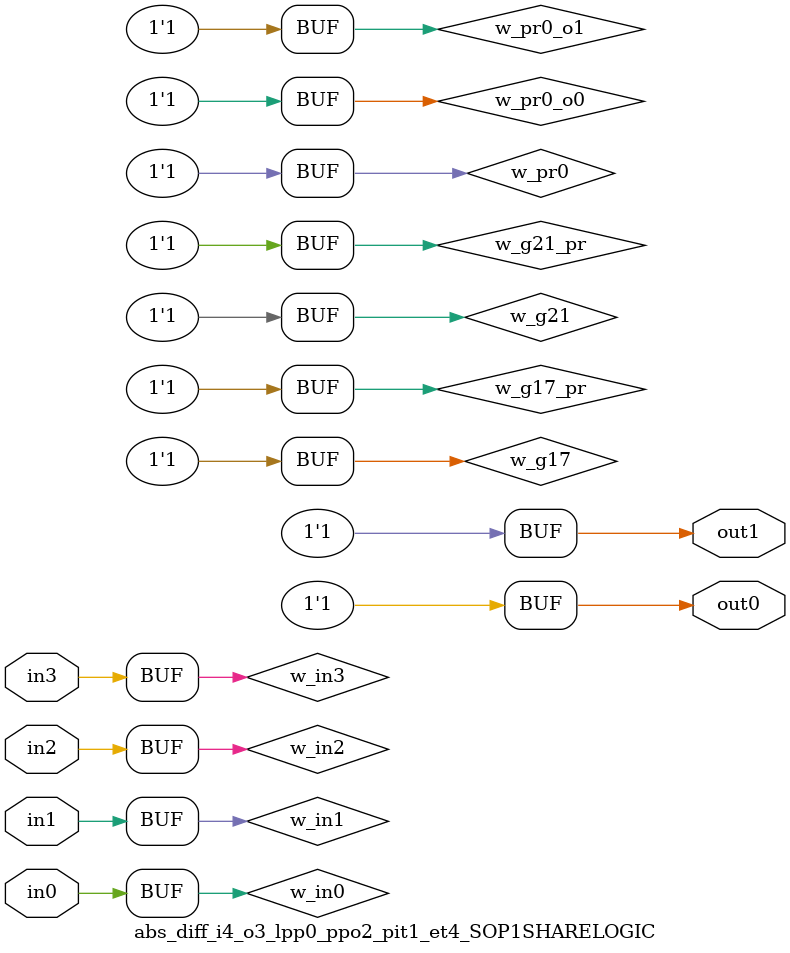
<source format=v>
module abs_diff_i4_o3_lpp0_ppo2_pit1_et4_SOP1SHARELOGIC (in0, in1, in2, in3, out0, out1);
// declaring inputs
input in0,  in1,  in2,  in3;
// declaring outputs
output out0,  out1;
// JSON model input
wire w_in3, w_in2, w_in1, w_in0;
// JSON model output
wire w_g17, w_g21;
//json model
wire w_g17_pr, w_g21_pr, w_pr0_o0, w_pr0_o1, w_pr0;
// JSON model input assign
assign w_in3 = in3;
assign w_in2 = in2;
assign w_in1 = in1;
assign w_in0 = in0;

//json model assigns (approximated Shared/XPAT part)
//assign literals to products
assign w_pr0 = 1;
//if a product has literals and if the product is being "activated" for that output
assign w_pr0_o0 = w_pr0 & 1;
assign w_pr0_o1 = w_pr0 & 1;
//compose an output with corresponding products (OR)
assign w_g17 = w_pr0_o0;
assign w_g21 = w_pr0_o1;
//if an output has products and if it is part of the JSON model
assign w_g17_pr = w_g17 & 1;
assign w_g21_pr = w_g21 & 1;
// output assigns
assign out0 = w_g17_pr;
assign out1 = w_g21_pr;
endmodule
</source>
